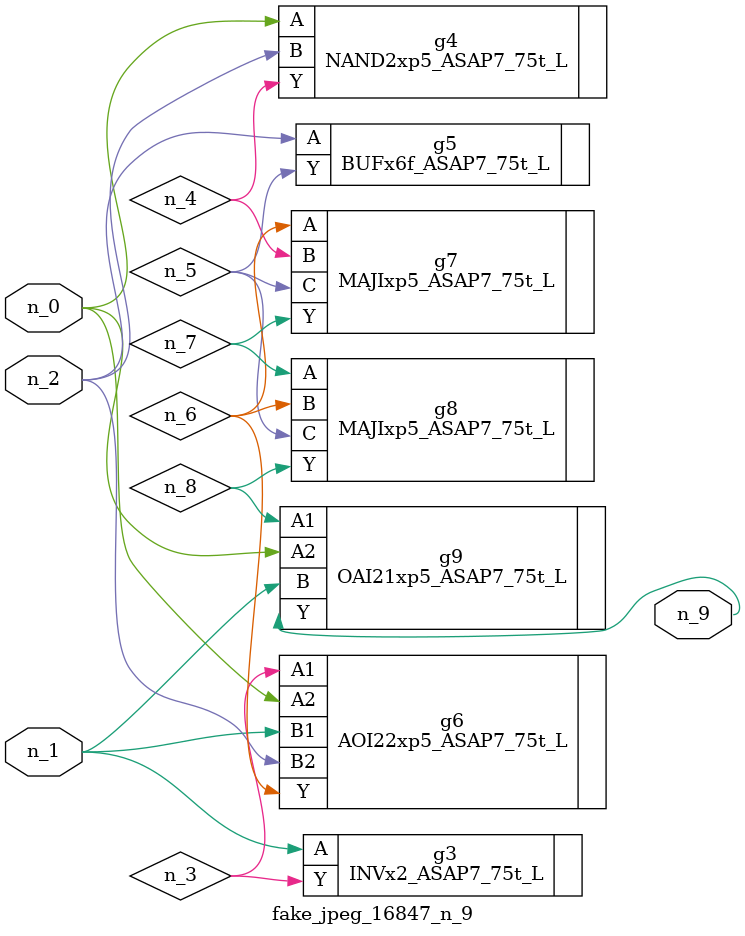
<source format=v>
module fake_jpeg_16847_n_9 (n_0, n_2, n_1, n_9);

input n_0;
input n_2;
input n_1;

output n_9;

wire n_3;
wire n_4;
wire n_8;
wire n_6;
wire n_5;
wire n_7;

INVx2_ASAP7_75t_L g3 ( 
.A(n_1),
.Y(n_3)
);

NAND2xp5_ASAP7_75t_L g4 ( 
.A(n_0),
.B(n_2),
.Y(n_4)
);

BUFx6f_ASAP7_75t_L g5 ( 
.A(n_2),
.Y(n_5)
);

AOI22xp5_ASAP7_75t_L g6 ( 
.A1(n_3),
.A2(n_0),
.B1(n_1),
.B2(n_2),
.Y(n_6)
);

MAJIxp5_ASAP7_75t_L g7 ( 
.A(n_6),
.B(n_4),
.C(n_5),
.Y(n_7)
);

MAJIxp5_ASAP7_75t_L g8 ( 
.A(n_7),
.B(n_6),
.C(n_5),
.Y(n_8)
);

OAI21xp5_ASAP7_75t_L g9 ( 
.A1(n_8),
.A2(n_0),
.B(n_1),
.Y(n_9)
);


endmodule
</source>
